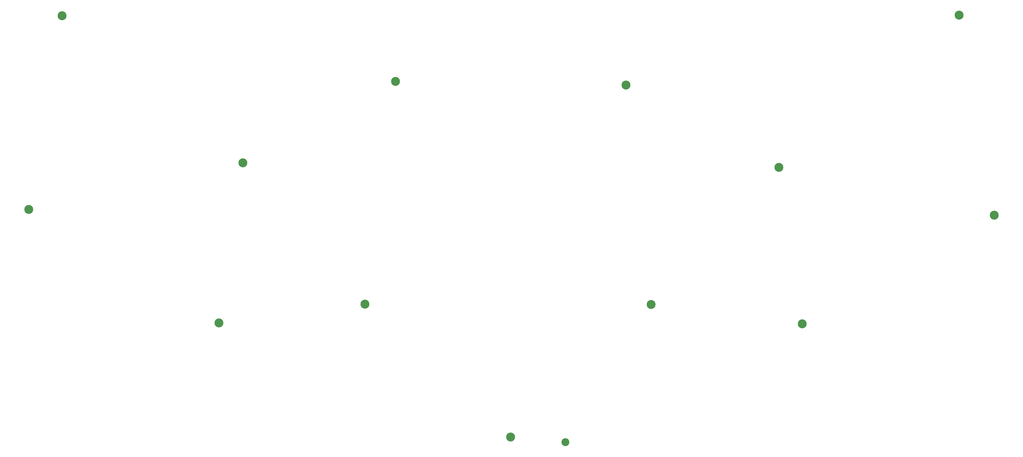
<source format=gbr>
%TF.GenerationSoftware,KiCad,Pcbnew,(6.0.0)*%
%TF.CreationDate,2022-01-22T22:33:05-08:00*%
%TF.ProjectId,bottomplate,626f7474-6f6d-4706-9c61-74652e6b6963,rev?*%
%TF.SameCoordinates,Original*%
%TF.FileFunction,Soldermask,Top*%
%TF.FilePolarity,Negative*%
%FSLAX46Y46*%
G04 Gerber Fmt 4.6, Leading zero omitted, Abs format (unit mm)*
G04 Created by KiCad (PCBNEW (6.0.0)) date 2022-01-22 22:33:05*
%MOMM*%
%LPD*%
G01*
G04 APERTURE LIST*
%ADD10C,2.500000*%
%ADD11C,2.200000*%
G04 APERTURE END LIST*
D10*
%TO.C,*%
X187052123Y-112767779D03*
%TD*%
%TO.C,*%
X178442124Y-175127780D03*
%TD*%
%TO.C,*%
X258452124Y-175177779D03*
%TD*%
%TO.C,*%
X251502123Y-113767781D03*
%TD*%
%TO.C,*%
X93822124Y-94367779D03*
%TD*%
%TO.C,*%
X354442124Y-150207782D03*
%TD*%
%TO.C,*%
X84522124Y-148557779D03*
%TD*%
%TO.C,*%
X137672122Y-180347779D03*
%TD*%
%TO.C,*%
X344562123Y-94247779D03*
%TD*%
%TO.C,*%
X219172124Y-212237782D03*
%TD*%
%TO.C,*%
X144362122Y-135577781D03*
%TD*%
%TO.C,*%
X300722124Y-180597781D03*
%TD*%
%TO.C,*%
X294252125Y-136827781D03*
%TD*%
D11*
%TO.C,*%
X234540000Y-213700000D03*
%TD*%
M02*

</source>
